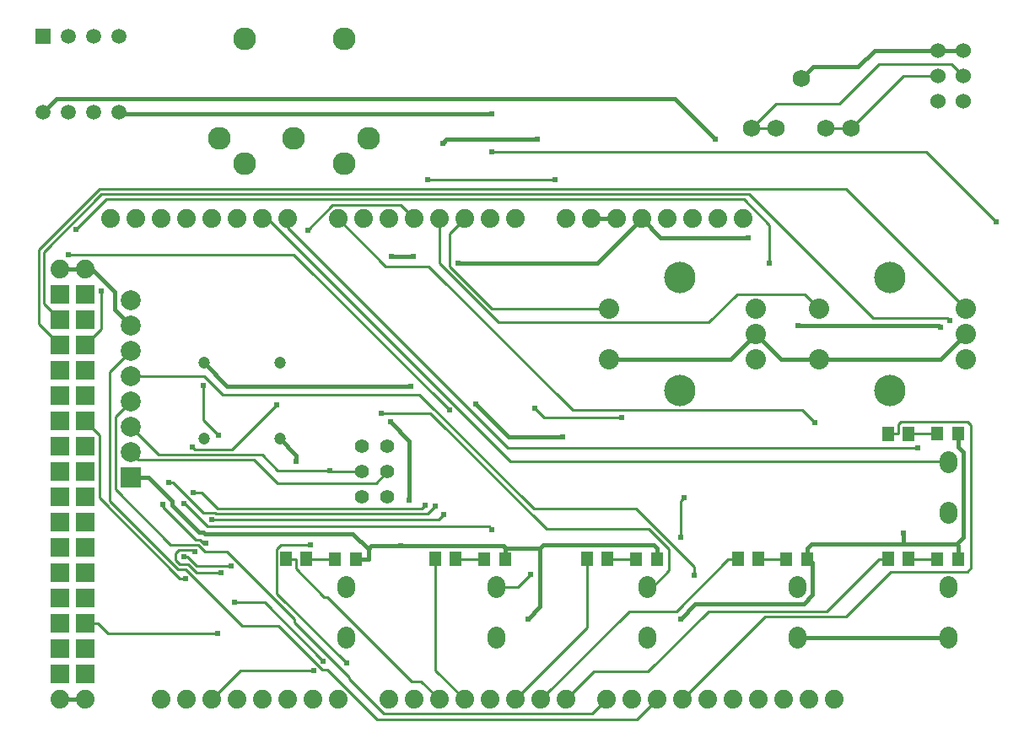
<source format=gtl>
G04 Layer: TopLayer*
G04 EasyEDA v6.4.31, 2022-02-04 23:24:27*
G04 1551f2279af443638085206af3fd0dcc,e8ed4560e5824e1ea3c46bb2bbde2574,10*
G04 Gerber Generator version 0.2*
G04 Scale: 100 percent, Rotated: No, Reflected: No *
G04 Dimensions in millimeters *
G04 leading zeros omitted , absolute positions ,4 integer and 5 decimal *
%FSLAX45Y45*%
%MOMM*%

%ADD11C,0.4000*%
%ADD12C,0.2500*%
%ADD13C,0.6100*%
%ADD15R,1.3005X1.3995*%
%ADD16C,2.2860*%
%ADD18C,1.5000*%
%ADD19C,1.5240*%
%ADD20C,1.7501*%
%ADD21C,1.1999*%
%ADD22R,2.0000X2.0000*%
%ADD23C,2.0000*%
%ADD24C,1.8796*%
%ADD25R,1.8796X1.8796*%
%ADD26C,1.4148*%
%ADD27C,2.0320*%
%ADD28C,3.1496*%
%ADD29C,1.8000*%

%LPD*%
D11*
X5259324Y-12905739D02*
G01*
X5259324Y-12313412D01*
X5072379Y-12126213D01*
X5303265Y-10464800D02*
G01*
X5084318Y-10464800D01*
X7594600Y-10083800D02*
G01*
X7783829Y-10273029D01*
X8660638Y-10273029D01*
X1752600Y-14909800D02*
G01*
X2006600Y-14909800D01*
X8332215Y-9287510D02*
G01*
X7925308Y-8880855D01*
X1723897Y-8880855D01*
X1587500Y-9017000D01*
X5754877Y-10533634D02*
G01*
X7144765Y-10533634D01*
X7594600Y-10083800D01*
X2006600Y-10591800D02*
G01*
X2077212Y-10591800D01*
X2303271Y-10817860D01*
X2303271Y-10995913D01*
X2463545Y-11156187D01*
X2006600Y-10591800D02*
G01*
X1752600Y-10591800D01*
X3962400Y-12293600D02*
G01*
X4128008Y-12459208D01*
X4128008Y-12519660D01*
X2349500Y-9017000D02*
G01*
X2368042Y-9035542D01*
X6086347Y-9035542D01*
X10845800Y-11239500D02*
G01*
X10591800Y-11493500D01*
X9372600Y-11493500D01*
X10820400Y-8394700D02*
G01*
X10566400Y-8394700D01*
X9194800Y-8678163D02*
G01*
X9314941Y-8558021D01*
X9767061Y-8558021D01*
X9930384Y-8394700D01*
X10566400Y-8394700D01*
X7264400Y-11493500D02*
G01*
X8483600Y-11493500D01*
X8737600Y-11239500D01*
X10668000Y-14287500D02*
G01*
X9156700Y-14287500D01*
X7086600Y-10083800D02*
G01*
X7340600Y-10083800D01*
X9372600Y-11493500D02*
G01*
X8991600Y-11493500D01*
X8737600Y-11239500D01*
D12*
X5041900Y-12623800D02*
G01*
X4926584Y-12739115D01*
X3940809Y-12739115D01*
X3703574Y-12501626D01*
X2538984Y-12501626D01*
X2463545Y-12426187D01*
D11*
X5179313Y-13367512D02*
G01*
X6205220Y-13367512D01*
X6226556Y-13388847D01*
X4849368Y-13400786D02*
G01*
X4882641Y-13367512D01*
X5179313Y-13367512D01*
X2623565Y-12680187D02*
G01*
X2643377Y-12680187D01*
X2879597Y-12916154D01*
X2879597Y-12959334D01*
X3153156Y-13232892D01*
X3192272Y-13232892D01*
X3207004Y-13247624D01*
X4696459Y-13247624D01*
X4849368Y-13400786D01*
X5596127Y-9327642D02*
G01*
X5636006Y-9287510D01*
X6544309Y-9287510D01*
X6574027Y-13388847D02*
G01*
X6574027Y-13977874D01*
X6451600Y-14100047D01*
X7750556Y-13388847D02*
G01*
X7717536Y-13355828D01*
X6606793Y-13355828D01*
X6574027Y-13388847D01*
X6574027Y-13388847D02*
G01*
X6226556Y-13388847D01*
X4849368Y-13500100D02*
G01*
X4849368Y-13400786D01*
X9258300Y-13482574D02*
G01*
X9308845Y-13533120D01*
X9308845Y-13860526D01*
X9218929Y-13950442D01*
X8132572Y-13950442D01*
X7982204Y-14100555D01*
X9258300Y-13482574D02*
G01*
X9258300Y-13388847D01*
X9258300Y-13500100D02*
G01*
X9258300Y-13482574D01*
X9164827Y-11155679D02*
G01*
X10572750Y-11155679D01*
X10591800Y-11174476D01*
X10217911Y-13351763D02*
G01*
X10751311Y-13351763D01*
X9258300Y-13388847D02*
G01*
X9295384Y-13351763D01*
X10217911Y-13351763D01*
X10217911Y-13351763D02*
G01*
X10217911Y-13236194D01*
X2463545Y-12680187D02*
G01*
X2623565Y-12680187D01*
X10769600Y-12242800D02*
G01*
X10769600Y-12372847D01*
X10751311Y-13351763D02*
G01*
X10824209Y-13278866D01*
X10824209Y-12427458D01*
X10769600Y-12372847D01*
X10751311Y-13351763D02*
G01*
X10769600Y-13370052D01*
X10769600Y-13500100D02*
G01*
X10769600Y-13370052D01*
X7750556Y-13500100D02*
G01*
X7750556Y-13388847D01*
X6226556Y-13500100D02*
G01*
X6226556Y-13388847D01*
X4724400Y-13500100D02*
G01*
X4849368Y-13500100D01*
D12*
X4399788Y-14523212D02*
G01*
X3810761Y-13934186D01*
X3507486Y-13934186D01*
X2006600Y-11353800D02*
G01*
X2167128Y-11193271D01*
X2167128Y-10809731D01*
X2006600Y-14147800D02*
G01*
X2138426Y-14147800D01*
X2138426Y-14147800D02*
G01*
X2235962Y-14245589D01*
X3340100Y-14245589D01*
X3093974Y-12836652D02*
G01*
X3179318Y-12836652D01*
X3334004Y-12991084D01*
X5389372Y-12991084D01*
X5416550Y-12963905D01*
X5308600Y-10083800D02*
G01*
X5173472Y-9948671D01*
X4491736Y-9948671D01*
X4244086Y-10196576D01*
X7645400Y-13779500D02*
G01*
X7704074Y-13779500D01*
X7868158Y-13615416D01*
X7868158Y-13402563D01*
X7661656Y-13196062D01*
X6637527Y-13196062D01*
X5475224Y-12033758D01*
X4980177Y-12033758D01*
X9335770Y-12134087D02*
G01*
X9205213Y-12003786D01*
X6898640Y-12003786D01*
X5456681Y-10561828D01*
X5024627Y-10561828D01*
X4546600Y-10083800D01*
X3784600Y-10083800D02*
G01*
X3838447Y-10083800D01*
X6276847Y-12522200D01*
X10668000Y-12522200D01*
X10071100Y-12242800D02*
G01*
X10166858Y-12242800D01*
X10166858Y-12242800D02*
G01*
X10166858Y-12147042D01*
X10194797Y-12119102D01*
X10865611Y-12119102D01*
X10899902Y-12153392D01*
X10899902Y-13590778D01*
X10863325Y-13627100D01*
X10096754Y-13627100D01*
X9642602Y-14081252D01*
X8829547Y-14081252D01*
X8001000Y-14909800D01*
D11*
X3200400Y-11531600D02*
G01*
X3433063Y-11764263D01*
X5280152Y-11764263D01*
X6798818Y-12277597D02*
G01*
X6260845Y-12277597D01*
X5930645Y-11947144D01*
D12*
X5816600Y-10083800D02*
G01*
X5664708Y-10235692D01*
X5664708Y-10561320D01*
X6088888Y-10985500D01*
X7264400Y-10985500D01*
X1752600Y-11353800D02*
G01*
X1542287Y-11143487D01*
X1542287Y-10395458D01*
X2148331Y-9789160D01*
X9649459Y-9789160D01*
X10845800Y-10985500D01*
X2463545Y-11664187D02*
G01*
X3205988Y-11664187D01*
X3389122Y-11847321D01*
X5359908Y-11847321D01*
X6510020Y-12997434D01*
X7535672Y-12997434D01*
X8118347Y-13580110D01*
X8118347Y-13662913D01*
X6086093Y-9410445D02*
G01*
X10447274Y-9410445D01*
X11155934Y-10119105D01*
X3013456Y-13694918D02*
G01*
X2958591Y-13694918D01*
X2151379Y-12887452D01*
X2151379Y-12260579D01*
X2006600Y-12115800D01*
X2995422Y-13475207D02*
G01*
X3033522Y-13475207D01*
X3127247Y-13568934D01*
X3477513Y-13568934D01*
X3192525Y-11756644D02*
G01*
X3192525Y-12102084D01*
X3344925Y-12254484D01*
X2849879Y-12730734D02*
G01*
X2887725Y-12730734D01*
X3195574Y-13038581D01*
X3310381Y-13038581D01*
X3316731Y-13044931D01*
X5446775Y-13044931D01*
X5520943Y-12970763D01*
X2999740Y-12941808D02*
G01*
X2999740Y-12941808D01*
X3003804Y-12941808D01*
X3237229Y-13174979D01*
X6059931Y-13174979D01*
X6089141Y-13204444D01*
X7747000Y-14909800D02*
G01*
X7548625Y-15108174D01*
X4940300Y-15108174D01*
X4440427Y-14608302D01*
X4388358Y-14608302D01*
X3948175Y-14168120D01*
X3583177Y-14168120D01*
X3017520Y-13602462D01*
X2937509Y-13602462D01*
X2250186Y-12915137D01*
X2250186Y-11623547D01*
X2463545Y-11410187D01*
X7239000Y-14909800D02*
G01*
X7095490Y-15053310D01*
X5005070Y-15053310D01*
X4656836Y-14705076D01*
X4656836Y-14683739D01*
X4109974Y-14136878D01*
X4109974Y-14101318D01*
X3430524Y-13421868D01*
X3207511Y-13421868D01*
X3141472Y-13355828D01*
X2864865Y-13355828D01*
X2310892Y-12801854D01*
X2310892Y-12070842D01*
X2463545Y-11918187D01*
X7988554Y-13284200D02*
G01*
X7988554Y-12918694D01*
X8019288Y-12888213D01*
X7397495Y-12079731D02*
G01*
X6612890Y-12079731D01*
X6523990Y-11990831D01*
X10365993Y-12383770D02*
G01*
X6249415Y-12383770D01*
X4038600Y-10172954D01*
X4038600Y-10083800D01*
X5662168Y-12004039D02*
G01*
X4103370Y-10445242D01*
X1841500Y-10445242D01*
X8878570Y-10529315D02*
G01*
X8878570Y-10145776D01*
X8622791Y-9889744D01*
X2216150Y-9889744D01*
X1912112Y-10193781D01*
X4629404Y-14547595D02*
G01*
X3930141Y-13848334D01*
X3930141Y-13397229D01*
X3969004Y-13358368D01*
X4269231Y-13358368D01*
X3276600Y-14909800D02*
G01*
X3562858Y-14623542D01*
X4307077Y-14623542D01*
X6134100Y-13779500D02*
G01*
X6353809Y-13779500D01*
X6481572Y-13651737D01*
X5562600Y-10083800D02*
G01*
X5562600Y-10530331D01*
X6159245Y-11126978D01*
X8266429Y-11126978D01*
X8553704Y-10839450D01*
X9226550Y-10839450D01*
X9372600Y-10985500D01*
X1752600Y-11099800D02*
G01*
X1592579Y-10939779D01*
X1592579Y-10416286D01*
X2169160Y-9839452D01*
X8669527Y-9839452D01*
X9913111Y-11083036D01*
X10661395Y-11083036D01*
X10686288Y-11107674D01*
X4121658Y-13500100D02*
G01*
X4121658Y-13595857D01*
X4408170Y-13882370D01*
X4439411Y-13882370D01*
X5283961Y-14726920D01*
X5379720Y-14726920D01*
X5562600Y-14909800D01*
X4025900Y-13500100D02*
G01*
X4121658Y-13500100D01*
X4787900Y-12623800D02*
G01*
X4477258Y-12623800D01*
X4463288Y-12609829D01*
X2463545Y-12172187D02*
G01*
X2742691Y-12451334D01*
X3782568Y-12451334D01*
X3941063Y-12609829D01*
X4463288Y-12609829D01*
X5447791Y-9693655D02*
G01*
X6726681Y-9693655D01*
X5524500Y-13500100D02*
G01*
X5524500Y-14617700D01*
X5816600Y-14909800D01*
X9694925Y-9178289D02*
G01*
X10224515Y-8648700D01*
X10566400Y-8648700D01*
X9444736Y-9178289D02*
G01*
X9694925Y-9178289D01*
X8694674Y-9178289D02*
G01*
X8940800Y-8932163D01*
X9579102Y-8932163D01*
X9978897Y-8532113D01*
X10703813Y-8532113D01*
X10820400Y-8648700D01*
X8944863Y-9178289D02*
G01*
X8694674Y-9178289D01*
X8464041Y-13500100D02*
G01*
X7941309Y-14023086D01*
X7465568Y-14023086D01*
X6578600Y-14909800D01*
X8559800Y-13500100D02*
G01*
X8464041Y-13500100D01*
X7048500Y-13500100D02*
G01*
X7048500Y-13610336D01*
X7048500Y-13610336D02*
G01*
X7048500Y-14185900D01*
X6324600Y-14909800D01*
X10071100Y-13500100D02*
G01*
X9975341Y-13500100D01*
X9975341Y-13500100D02*
G01*
X9452609Y-14023086D01*
X8262874Y-14023086D01*
X7657084Y-14628621D01*
X7113777Y-14628621D01*
X6832600Y-14909800D01*
X10559541Y-12242800D02*
G01*
X10274300Y-12242800D01*
X10559541Y-13500100D02*
G01*
X10274300Y-13500100D01*
X9048241Y-13500100D02*
G01*
X8763000Y-13500100D01*
X7540497Y-13500100D02*
G01*
X7251700Y-13500100D01*
X6016497Y-13500100D02*
G01*
X5727700Y-13500100D01*
X4514341Y-13500100D02*
G01*
X4229100Y-13500100D01*
X3928872Y-11956287D02*
G01*
X3484118Y-12401042D01*
X3105404Y-12401042D01*
X3083813Y-12379452D01*
X3367786Y-13637005D02*
G01*
X3123438Y-13637005D01*
X3038347Y-13552170D01*
X2958338Y-13552170D01*
X2913125Y-13506957D01*
X2913125Y-13441934D01*
X2948686Y-13406374D01*
X3087370Y-13406374D01*
X3108706Y-13427455D01*
X2788920Y-12953745D02*
G01*
X2788920Y-12978384D01*
X3116072Y-13305536D01*
X3162300Y-13305536D01*
X3195065Y-13338302D01*
X3220465Y-13338302D01*
X3281934Y-13106908D02*
G01*
X5553202Y-13106908D01*
X5607304Y-13052805D01*
G36*
X10013099Y-12170300D02*
G01*
X10129100Y-12170300D01*
X10129100Y-12315299D01*
X10013099Y-12315299D01*
G37*
G36*
X10216299Y-12170300D02*
G01*
X10332300Y-12170300D01*
X10332300Y-12315299D01*
X10216299Y-12315299D01*
G37*
G36*
X10013099Y-13427600D02*
G01*
X10129100Y-13427600D01*
X10129100Y-13572599D01*
X10013099Y-13572599D01*
G37*
G36*
X10216299Y-13427600D02*
G01*
X10332300Y-13427600D01*
X10332300Y-13572599D01*
X10216299Y-13572599D01*
G37*
G36*
X8501799Y-13427600D02*
G01*
X8617800Y-13427600D01*
X8617800Y-13572599D01*
X8501799Y-13572599D01*
G37*
G36*
X8704999Y-13427600D02*
G01*
X8821000Y-13427600D01*
X8821000Y-13572599D01*
X8704999Y-13572599D01*
G37*
G36*
X6990499Y-13427600D02*
G01*
X7106500Y-13427600D01*
X7106500Y-13572599D01*
X6990499Y-13572599D01*
G37*
G36*
X7193699Y-13427600D02*
G01*
X7309700Y-13427600D01*
X7309700Y-13572599D01*
X7193699Y-13572599D01*
G37*
G36*
X5466499Y-13427600D02*
G01*
X5582500Y-13427600D01*
X5582500Y-13572599D01*
X5466499Y-13572599D01*
G37*
G36*
X5669699Y-13427600D02*
G01*
X5785700Y-13427600D01*
X5785700Y-13572599D01*
X5669699Y-13572599D01*
G37*
G36*
X3967899Y-13427600D02*
G01*
X4083900Y-13427600D01*
X4083900Y-13572599D01*
X3967899Y-13572599D01*
G37*
G36*
X4171099Y-13427600D02*
G01*
X4287100Y-13427600D01*
X4287100Y-13572599D01*
X4171099Y-13572599D01*
G37*
D15*
G01*
X10769600Y-12242800D03*
G01*
X10559541Y-12242800D03*
G01*
X10769600Y-13500100D03*
G01*
X10559541Y-13500100D03*
G01*
X9258300Y-13500100D03*
G01*
X9048241Y-13500100D03*
G01*
X7750429Y-13500100D03*
G01*
X7540370Y-13500100D03*
G01*
X6226429Y-13500100D03*
G01*
X6016370Y-13500100D03*
G01*
X4724400Y-13500100D03*
G01*
X4514341Y-13500100D03*
D16*
G01*
X4103370Y-9276079D03*
G01*
X4852670Y-9276079D03*
G01*
X3351529Y-9276079D03*
G01*
X3605529Y-9527539D03*
G01*
X4603750Y-9527539D03*
G01*
X3605529Y-8277860D03*
G01*
X4606290Y-8277860D03*
G36*
X1512498Y-8179998D02*
G01*
X1512498Y-8330001D01*
X1662501Y-8330001D01*
X1662501Y-8179998D01*
G37*
D18*
G01*
X1841500Y-8255000D03*
G01*
X2095500Y-8255000D03*
G01*
X2349500Y-8255000D03*
G01*
X1587500Y-9017000D03*
G01*
X1841500Y-9017000D03*
G01*
X2095500Y-9017000D03*
G01*
X2349500Y-9017000D03*
D19*
G01*
X10566400Y-8394700D03*
G01*
X10566400Y-8648700D03*
G01*
X10566400Y-8902700D03*
G01*
X10820400Y-8902700D03*
G01*
X10820400Y-8648700D03*
G01*
X10820400Y-8394700D03*
D20*
G01*
X9194800Y-8678037D03*
G01*
X8694674Y-9178162D03*
G01*
X8944863Y-9178162D03*
G01*
X9694925Y-9178162D03*
G01*
X9444736Y-9178162D03*
D21*
G01*
X3962400Y-11531600D03*
G01*
X3962400Y-12293600D03*
G01*
X3200400Y-12293600D03*
G01*
X3200400Y-11531600D03*
D22*
G01*
X2463545Y-12680187D03*
D23*
G01*
X2463545Y-12426187D03*
G01*
X2463545Y-12172187D03*
G01*
X2463545Y-11918187D03*
G01*
X2463545Y-11664187D03*
G01*
X2463545Y-11410187D03*
G01*
X2463545Y-11156187D03*
G01*
X2463545Y-10902187D03*
D24*
G01*
X3784600Y-10083800D03*
G01*
X3530600Y-10083800D03*
G01*
X3276600Y-10083800D03*
G01*
X3022600Y-10083800D03*
G01*
X2768600Y-10083800D03*
G01*
X2514600Y-10083800D03*
G01*
X2260600Y-10083800D03*
G01*
X4038600Y-10083800D03*
G01*
X4292600Y-14909800D03*
G01*
X4038600Y-14909800D03*
G01*
X3784600Y-14909800D03*
G01*
X3530600Y-14909800D03*
G01*
X3276600Y-14909800D03*
G01*
X3022600Y-14909800D03*
G01*
X2768600Y-14909800D03*
G01*
X4546600Y-14909800D03*
G01*
X6070600Y-10083800D03*
G01*
X5816600Y-10083800D03*
G01*
X5562600Y-10083800D03*
G01*
X5308600Y-10083800D03*
G01*
X5054600Y-10083800D03*
G01*
X4800600Y-10083800D03*
G01*
X4546600Y-10083800D03*
G01*
X6324600Y-10083800D03*
G01*
X6578600Y-14909800D03*
G01*
X6324600Y-14909800D03*
G01*
X6070600Y-14909800D03*
G01*
X5816600Y-14909800D03*
G01*
X5562600Y-14909800D03*
G01*
X5308600Y-14909800D03*
G01*
X5054600Y-14909800D03*
G01*
X6832600Y-14909800D03*
G01*
X8763000Y-14909800D03*
G01*
X8509000Y-14909800D03*
G01*
X8255000Y-14909800D03*
G01*
X8001000Y-14909800D03*
G01*
X7747000Y-14909800D03*
G01*
X7493000Y-14909800D03*
G01*
X7239000Y-14909800D03*
G01*
X9017000Y-14909800D03*
D25*
G01*
X1752600Y-12877800D03*
G01*
X2006600Y-12877800D03*
G01*
X1752600Y-13131800D03*
G01*
X2006600Y-13131800D03*
G01*
X1752600Y-13385800D03*
G01*
X2006600Y-13385800D03*
G01*
X1752600Y-13639800D03*
G01*
X2006600Y-13639800D03*
G01*
X1752600Y-13893800D03*
G01*
X2006600Y-13893800D03*
G01*
X1752600Y-14147800D03*
G01*
X2006600Y-14147800D03*
G01*
X1752600Y-14401800D03*
G01*
X2006600Y-14401800D03*
G01*
X1752600Y-14655800D03*
G01*
X2006600Y-14655800D03*
G01*
X1752600Y-10845800D03*
G01*
X2006600Y-10845800D03*
G01*
X1752600Y-11099800D03*
G01*
X2006600Y-11099800D03*
G01*
X1752600Y-11353800D03*
G01*
X2006600Y-11353800D03*
G01*
X1752600Y-11607800D03*
G01*
X2006600Y-11607800D03*
G01*
X1752600Y-11861800D03*
G01*
X2006600Y-11861800D03*
G01*
X1752600Y-12115800D03*
G01*
X2006600Y-12115800D03*
G01*
X1752600Y-12369800D03*
G01*
X2006600Y-12369800D03*
G01*
X1752600Y-12623800D03*
G01*
X2006600Y-12623800D03*
D24*
G01*
X2006600Y-10591800D03*
G01*
X1752600Y-10591800D03*
G01*
X2006600Y-14909800D03*
G01*
X1752600Y-14909800D03*
G01*
X8102600Y-10083800D03*
G01*
X7848600Y-10083800D03*
G01*
X7594600Y-10083800D03*
G01*
X7340600Y-10083800D03*
G01*
X7086600Y-10083800D03*
G01*
X6832600Y-10083800D03*
G01*
X9271000Y-14909800D03*
G01*
X9525000Y-14909800D03*
G01*
X8610600Y-10083800D03*
G01*
X8356600Y-10083800D03*
D26*
G01*
X5041900Y-12877800D03*
G01*
X4787900Y-12877800D03*
G01*
X5041900Y-12623800D03*
G01*
X4787900Y-12623800D03*
G01*
X5041900Y-12369800D03*
G01*
X4787900Y-12369800D03*
D27*
G01*
X8737600Y-11493500D03*
G01*
X8737600Y-11239500D03*
G01*
X8737600Y-10985500D03*
G01*
X7264400Y-10985500D03*
G01*
X7264400Y-11493500D03*
D28*
G01*
X7975600Y-11808460D03*
G01*
X7975600Y-10670539D03*
D27*
G01*
X10845800Y-11493500D03*
G01*
X10845800Y-11239500D03*
G01*
X10845800Y-10985500D03*
G01*
X9372600Y-10985500D03*
G01*
X9372600Y-11493500D03*
D28*
G01*
X10083800Y-11808460D03*
G01*
X10083800Y-10670539D03*
D13*
G01*
X5259324Y-12905739D03*
G01*
X5072379Y-12126213D03*
G01*
X5084318Y-10464800D03*
G01*
X5303265Y-10464800D03*
G01*
X8332215Y-9287510D03*
G01*
X8660638Y-10273029D03*
G01*
X5754877Y-10533634D03*
G01*
X4128008Y-12519660D03*
G01*
X6086347Y-9035542D03*
G01*
X5179313Y-13367512D03*
G01*
X6544309Y-9287510D03*
G01*
X5596127Y-9327642D03*
G01*
X6451600Y-14100047D03*
G01*
X7982204Y-14100555D03*
G01*
X10591800Y-11174476D03*
G01*
X9164827Y-11155679D03*
G01*
X10217911Y-13236194D03*
G01*
X3507486Y-13934186D03*
G01*
X4399788Y-14523212D03*
G01*
X2167128Y-10809731D03*
G01*
X3340100Y-14245589D03*
G01*
X3093974Y-12836652D03*
G01*
X5416550Y-12963905D03*
G01*
X4244086Y-10196576D03*
G01*
X4980177Y-12033758D03*
G01*
X9335770Y-12134087D03*
G01*
X5280152Y-11764263D03*
G01*
X5930645Y-11947144D03*
G01*
X6798818Y-12277597D03*
G01*
X8118347Y-13662913D03*
G01*
X6086093Y-9410445D03*
G01*
X11155934Y-10119105D03*
G01*
X3013456Y-13694918D03*
G01*
X3477513Y-13568934D03*
G01*
X2995422Y-13475207D03*
G01*
X3344925Y-12254484D03*
G01*
X3192525Y-11756644D03*
G01*
X5520943Y-12970763D03*
G01*
X2849879Y-12730734D03*
G01*
X6089141Y-13204444D03*
G01*
X2999740Y-12941808D03*
G01*
X8019288Y-12888213D03*
G01*
X7988554Y-13284200D03*
G01*
X7397495Y-12079731D03*
G01*
X6523990Y-11990831D03*
G01*
X10365993Y-12383770D03*
G01*
X1841500Y-10445242D03*
G01*
X5662168Y-12004039D03*
G01*
X1912112Y-10193781D03*
G01*
X8878570Y-10529315D03*
G01*
X4269231Y-13358368D03*
G01*
X4629404Y-14547595D03*
G01*
X4307077Y-14623542D03*
G01*
X6481572Y-13651737D03*
G01*
X10686288Y-11107674D03*
G01*
X6726681Y-9693655D03*
G01*
X5447791Y-9693655D03*
G01*
X4463288Y-12609829D03*
G01*
X3367786Y-13637005D03*
G01*
X3108706Y-13427455D03*
G01*
X3220465Y-13338302D03*
G01*
X2788920Y-12953745D03*
G01*
X3083813Y-12379452D03*
G01*
X3928872Y-11956287D03*
G01*
X3281934Y-13106908D03*
G01*
X5607304Y-13052805D03*
D29*
X4622800Y-13759500D02*
G01*
X4622800Y-13799499D01*
X4622800Y-14267500D02*
G01*
X4622800Y-14307499D01*
X6134100Y-13759500D02*
G01*
X6134100Y-13799499D01*
X6134100Y-14267500D02*
G01*
X6134100Y-14307499D01*
X7645400Y-13759500D02*
G01*
X7645400Y-13799499D01*
X7645400Y-14267500D02*
G01*
X7645400Y-14307499D01*
X9156700Y-13759500D02*
G01*
X9156700Y-13799499D01*
X9156700Y-14267500D02*
G01*
X9156700Y-14307499D01*
X10668000Y-13759500D02*
G01*
X10668000Y-13799499D01*
X10668000Y-14267500D02*
G01*
X10668000Y-14307499D01*
X10668000Y-12502200D02*
G01*
X10668000Y-12542199D01*
X10668000Y-13010200D02*
G01*
X10668000Y-13050199D01*
M02*

</source>
